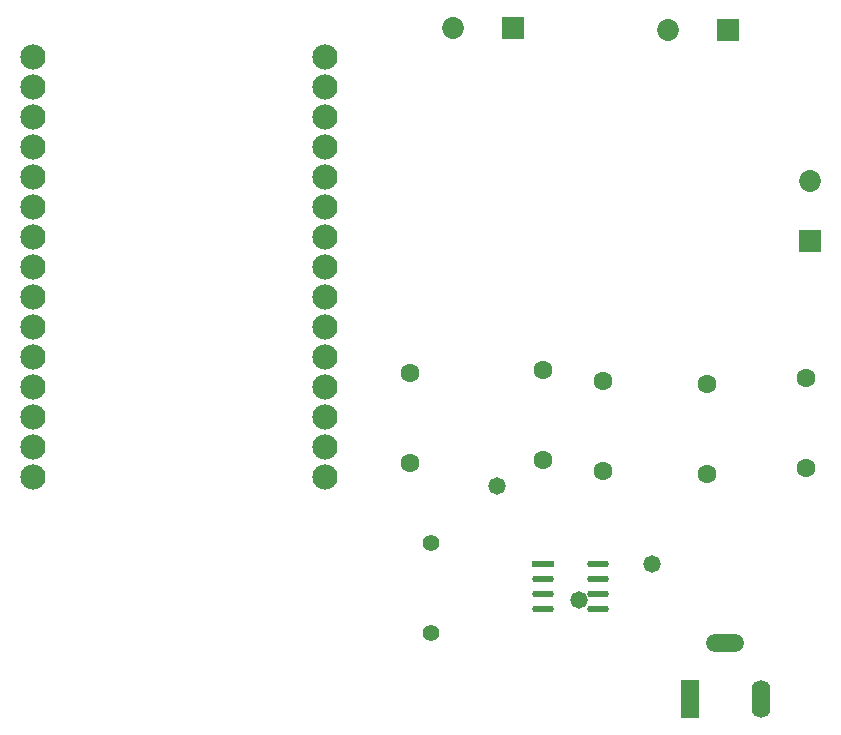
<source format=gts>
G04*
G04 #@! TF.GenerationSoftware,Altium Limited,Altium Designer,23.2.1 (34)*
G04*
G04 Layer_Color=8388736*
%FSLAX44Y44*%
%MOMM*%
G71*
G04*
G04 #@! TF.SameCoordinates,FBD9A347-9EDB-47C0-AAAE-CD2F767B64E6*
G04*
G04*
G04 #@! TF.FilePolarity,Negative*
G04*
G01*
G75*
G04:AMPARAMS|DCode=14|XSize=1.8741mm|YSize=0.5421mm|CornerRadius=0.2711mm|HoleSize=0mm|Usage=FLASHONLY|Rotation=0.000|XOffset=0mm|YOffset=0mm|HoleType=Round|Shape=RoundedRectangle|*
%AMROUNDEDRECTD14*
21,1,1.8741,0.0000,0,0,0.0*
21,1,1.3319,0.5421,0,0,0.0*
1,1,0.5421,0.6660,0.0000*
1,1,0.5421,-0.6660,0.0000*
1,1,0.5421,-0.6660,0.0000*
1,1,0.5421,0.6660,0.0000*
%
%ADD14ROUNDEDRECTD14*%
%ADD15R,1.8741X0.5421*%
%ADD16C,1.4032*%
%ADD17C,2.1336*%
%ADD18R,1.8532X1.8532*%
%ADD19C,1.8532*%
%ADD20R,1.8532X1.8532*%
%ADD21C,1.6032*%
G04:AMPARAMS|DCode=22|XSize=3.2mm|YSize=1.6mm|CornerRadius=0.8mm|HoleSize=0mm|Usage=FLASHONLY|Rotation=270.000|XOffset=0mm|YOffset=0mm|HoleType=Round|Shape=RoundedRectangle|*
%AMROUNDEDRECTD22*
21,1,3.2000,0.0000,0,0,270.0*
21,1,1.6000,1.6000,0,0,270.0*
1,1,1.6000,0.0000,-0.8000*
1,1,1.6000,0.0000,0.8000*
1,1,1.6000,0.0000,0.8000*
1,1,1.6000,0.0000,-0.8000*
%
%ADD22ROUNDEDRECTD22*%
%ADD23R,1.6000X3.2000*%
G04:AMPARAMS|DCode=24|XSize=1.6mm|YSize=3.2mm|CornerRadius=0.8mm|HoleSize=0mm|Usage=FLASHONLY|Rotation=270.000|XOffset=0mm|YOffset=0mm|HoleType=Round|Shape=RoundedRectangle|*
%AMROUNDEDRECTD24*
21,1,1.6000,1.6000,0,0,270.0*
21,1,0.0000,3.2000,0,0,270.0*
1,1,1.6000,-0.8000,0.0000*
1,1,1.6000,-0.8000,0.0000*
1,1,1.6000,0.8000,0.0000*
1,1,1.6000,0.8000,0.0000*
%
%ADD24ROUNDEDRECTD24*%
%ADD25C,1.4732*%
D14*
X804211Y774700D02*
D03*
Y762000D02*
D03*
Y749300D02*
D03*
Y736600D02*
D03*
X757889D02*
D03*
Y749300D02*
D03*
Y762000D02*
D03*
D15*
Y774700D02*
D03*
D16*
X662940Y792480D02*
D03*
Y716280D02*
D03*
D17*
X325849Y1051461D02*
D03*
Y1203861D02*
D03*
Y1178461D02*
D03*
Y1153061D02*
D03*
Y1127661D02*
D03*
Y1102261D02*
D03*
Y1076861D02*
D03*
Y1026061D02*
D03*
Y1000661D02*
D03*
Y975261D02*
D03*
Y949861D02*
D03*
Y924461D02*
D03*
Y899061D02*
D03*
Y873661D02*
D03*
Y848261D02*
D03*
X573550Y1203861D02*
D03*
Y1178461D02*
D03*
Y1153061D02*
D03*
Y1127661D02*
D03*
Y1102261D02*
D03*
Y1076861D02*
D03*
Y1051461D02*
D03*
Y1026061D02*
D03*
Y1000661D02*
D03*
Y975261D02*
D03*
Y949861D02*
D03*
Y924461D02*
D03*
Y899061D02*
D03*
Y873661D02*
D03*
Y848261D02*
D03*
D18*
X732790Y1228090D02*
D03*
X914400Y1226820D02*
D03*
D19*
X681990Y1228090D02*
D03*
X984250Y1098550D02*
D03*
X863600Y1226820D02*
D03*
D20*
X984250Y1047750D02*
D03*
D21*
X980440Y932180D02*
D03*
Y855980D02*
D03*
X896620Y927100D02*
D03*
Y850900D02*
D03*
X808990Y929640D02*
D03*
Y853440D02*
D03*
X645160Y935990D02*
D03*
Y859790D02*
D03*
X758190Y938530D02*
D03*
Y862330D02*
D03*
D22*
X942340Y660400D02*
D03*
D23*
X882340D02*
D03*
D24*
X912340Y707400D02*
D03*
D25*
X788162Y744220D02*
D03*
X719074Y840232D02*
D03*
X850082Y774700D02*
D03*
M02*

</source>
